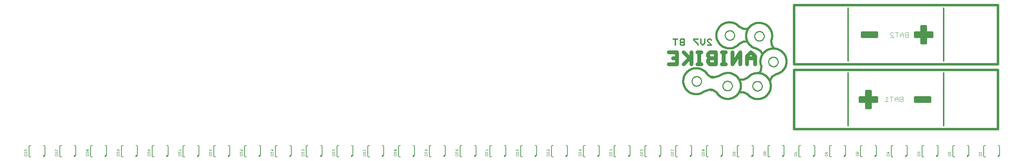
<source format=gbo>
G75*
G70*
%OFA0B0*%
%FSLAX24Y24*%
%IPPOS*%
%LPD*%
%AMOC8*
5,1,8,0,0,1.08239X$1,22.5*
%
%ADD10C,0.0240*%
%ADD11C,0.0040*%
%ADD12C,0.0120*%
%ADD13C,0.0050*%
%ADD14C,0.0020*%
%ADD15C,0.0200*%
%ADD16C,0.0100*%
%ADD17C,0.0360*%
%ADD18C,0.0130*%
D10*
X073085Y008941D02*
X073085Y014541D01*
X092285Y014541D01*
X092285Y008941D01*
X073085Y008941D01*
X079885Y010941D02*
X079885Y011941D01*
X079285Y011941D01*
X079285Y011541D01*
X080285Y011541D01*
X080285Y010941D01*
X079885Y010941D01*
X080085Y010941D02*
X080085Y011741D01*
X080085Y012541D01*
X079885Y012541D02*
X079885Y011941D01*
X080285Y011941D01*
X080285Y012541D01*
X079885Y012541D01*
X080285Y011941D02*
X080885Y011941D01*
X080885Y011541D01*
X080285Y011541D01*
X080285Y011941D01*
X080085Y011741D02*
X079285Y011741D01*
X080085Y011741D02*
X080885Y011741D01*
X084485Y011741D02*
X085885Y011741D01*
X085885Y011541D02*
X084485Y011541D01*
X084485Y011941D01*
X085885Y011941D01*
X085885Y011541D01*
X092285Y015081D02*
X073085Y015081D01*
X073085Y020681D01*
X092285Y020681D01*
X092285Y015081D01*
X085485Y017081D02*
X085085Y017081D01*
X085085Y017681D01*
X084485Y017681D01*
X084485Y018081D01*
X085085Y018081D01*
X085085Y018681D01*
X085485Y018681D01*
X085485Y017681D01*
X086085Y017681D01*
X086085Y018081D01*
X085085Y018081D01*
X085085Y017681D01*
X085485Y017681D01*
X085485Y017081D01*
X085285Y017081D02*
X085285Y017881D01*
X085285Y018681D01*
X085285Y017881D02*
X084485Y017881D01*
X085285Y017881D02*
X086085Y017881D01*
X080885Y017881D02*
X079485Y017881D01*
X079485Y017681D02*
X079485Y018081D01*
X080885Y018081D01*
X080885Y017681D01*
X079485Y017681D01*
D11*
X082157Y017621D02*
X082464Y017621D01*
X082157Y017928D01*
X082157Y018005D01*
X082234Y018081D01*
X082387Y018081D01*
X082464Y018005D01*
X082618Y018081D02*
X082924Y018081D01*
X082771Y018081D02*
X082771Y017621D01*
X083078Y017621D02*
X083078Y017928D01*
X083231Y018081D01*
X083385Y017928D01*
X083385Y017621D01*
X083538Y017698D02*
X083615Y017621D01*
X083845Y017621D01*
X083845Y018081D01*
X083615Y018081D01*
X083538Y018005D01*
X083538Y017928D01*
X083615Y017851D01*
X083845Y017851D01*
X083615Y017851D02*
X083538Y017775D01*
X083538Y017698D01*
X083385Y017851D02*
X083078Y017851D01*
X083097Y012001D02*
X083020Y011925D01*
X083020Y011848D01*
X083097Y011771D01*
X083327Y011771D01*
X083327Y011541D02*
X083097Y011541D01*
X083020Y011618D01*
X083020Y011695D01*
X083097Y011771D01*
X083097Y012001D02*
X083327Y012001D01*
X083327Y011541D01*
X082866Y011541D02*
X082866Y011848D01*
X082713Y012001D01*
X082559Y011848D01*
X082559Y011541D01*
X082559Y011771D02*
X082866Y011771D01*
X082406Y012001D02*
X082099Y012001D01*
X082253Y012001D02*
X082253Y011541D01*
X081946Y011541D02*
X081639Y011541D01*
X081792Y011541D02*
X081792Y012001D01*
X081946Y011848D01*
D12*
X078185Y014241D02*
X078185Y009241D01*
X087185Y009241D02*
X087185Y014241D01*
X087185Y015381D02*
X087185Y020381D01*
X078185Y020381D02*
X078185Y015381D01*
D13*
X001097Y006309D02*
X001057Y006349D01*
X001057Y007333D01*
X001097Y007372D01*
X001195Y007372D01*
X002396Y007372D02*
X002494Y007372D01*
X002534Y007333D01*
X002534Y006447D01*
X002396Y006309D01*
X002396Y006329D02*
X002494Y006427D01*
X002435Y006427D01*
X002435Y006388D01*
X002396Y006447D02*
X002396Y006329D01*
X002396Y006447D02*
X002514Y006447D01*
X001195Y006309D02*
X001097Y006309D01*
X003957Y006349D02*
X003957Y007333D01*
X003997Y007372D01*
X004095Y007372D01*
X005296Y007372D02*
X005394Y007372D01*
X005434Y007333D01*
X005434Y006447D01*
X005296Y006309D01*
X005296Y006329D02*
X005394Y006427D01*
X005335Y006427D01*
X005335Y006388D01*
X005296Y006447D02*
X005296Y006329D01*
X005296Y006447D02*
X005414Y006447D01*
X006857Y006349D02*
X006857Y007333D01*
X006897Y007372D01*
X006995Y007372D01*
X008196Y007372D02*
X008294Y007372D01*
X008334Y007333D01*
X008334Y006447D01*
X008196Y006309D01*
X008196Y006329D02*
X008294Y006427D01*
X008235Y006427D01*
X008235Y006388D01*
X008196Y006447D02*
X008196Y006329D01*
X008196Y006447D02*
X008314Y006447D01*
X006995Y006309D02*
X006897Y006309D01*
X006857Y006349D01*
X004095Y006309D02*
X003997Y006309D01*
X003957Y006349D01*
X009757Y006349D02*
X009757Y007333D01*
X009797Y007372D01*
X009895Y007372D01*
X011096Y007372D02*
X011194Y007372D01*
X011234Y007333D01*
X011234Y006447D01*
X011096Y006309D01*
X011096Y006329D02*
X011194Y006427D01*
X011135Y006427D01*
X011135Y006388D01*
X011096Y006447D02*
X011096Y006329D01*
X011096Y006447D02*
X011214Y006447D01*
X009895Y006309D02*
X009797Y006309D01*
X009757Y006349D01*
X012657Y006349D02*
X012657Y007333D01*
X012697Y007372D01*
X012795Y007372D01*
X013996Y007372D02*
X014094Y007372D01*
X014134Y007333D01*
X014134Y006447D01*
X013996Y006309D01*
X013996Y006329D02*
X014094Y006427D01*
X014035Y006427D01*
X014035Y006388D01*
X013996Y006447D02*
X013996Y006329D01*
X013996Y006447D02*
X014114Y006447D01*
X012795Y006309D02*
X012697Y006309D01*
X012657Y006349D01*
X015557Y006349D02*
X015557Y007333D01*
X015597Y007372D01*
X015695Y007372D01*
X016896Y007372D02*
X016994Y007372D01*
X017034Y007333D01*
X017034Y006447D01*
X016896Y006309D01*
X016896Y006329D02*
X016994Y006427D01*
X016935Y006427D01*
X016935Y006388D01*
X016896Y006447D02*
X016896Y006329D01*
X016896Y006447D02*
X017014Y006447D01*
X015695Y006309D02*
X015597Y006309D01*
X015557Y006349D01*
X018457Y006349D02*
X018457Y007333D01*
X018497Y007372D01*
X018595Y007372D01*
X019796Y007372D02*
X019894Y007372D01*
X019934Y007333D01*
X019934Y006447D01*
X019796Y006309D01*
X019796Y006329D02*
X019894Y006427D01*
X019835Y006427D01*
X019835Y006388D01*
X019796Y006447D02*
X019796Y006329D01*
X019796Y006447D02*
X019914Y006447D01*
X018595Y006309D02*
X018497Y006309D01*
X018457Y006349D01*
X021357Y006349D02*
X021357Y007333D01*
X021397Y007372D01*
X021495Y007372D01*
X022696Y007372D02*
X022794Y007372D01*
X022834Y007333D01*
X022834Y006447D01*
X022696Y006309D01*
X022696Y006329D02*
X022794Y006427D01*
X022735Y006427D01*
X022735Y006388D01*
X022696Y006447D02*
X022696Y006329D01*
X022696Y006447D02*
X022814Y006447D01*
X021495Y006309D02*
X021397Y006309D01*
X021357Y006349D01*
X024257Y006349D02*
X024257Y007333D01*
X024297Y007372D01*
X024395Y007372D01*
X025596Y007372D02*
X025694Y007372D01*
X025734Y007333D01*
X025734Y006447D01*
X025596Y006309D01*
X025596Y006329D02*
X025694Y006427D01*
X025635Y006427D01*
X025635Y006388D01*
X025596Y006447D02*
X025596Y006329D01*
X025596Y006447D02*
X025714Y006447D01*
X027157Y006349D02*
X027157Y007333D01*
X027197Y007372D01*
X027295Y007372D01*
X028496Y007372D02*
X028594Y007372D01*
X028634Y007333D01*
X028634Y006447D01*
X028496Y006309D01*
X028496Y006329D02*
X028594Y006427D01*
X028535Y006427D01*
X028535Y006388D01*
X028496Y006447D02*
X028496Y006329D01*
X028496Y006447D02*
X028614Y006447D01*
X027295Y006309D02*
X027197Y006309D01*
X027157Y006349D01*
X024395Y006309D02*
X024297Y006309D01*
X024257Y006349D01*
X030057Y006349D02*
X030057Y007333D01*
X030097Y007372D01*
X030195Y007372D01*
X031396Y007372D02*
X031494Y007372D01*
X031534Y007333D01*
X031534Y006447D01*
X031396Y006309D01*
X031396Y006329D02*
X031494Y006427D01*
X031435Y006427D01*
X031435Y006388D01*
X031396Y006447D02*
X031396Y006329D01*
X031396Y006447D02*
X031514Y006447D01*
X030195Y006309D02*
X030097Y006309D01*
X030057Y006349D01*
X032957Y006349D02*
X032957Y007333D01*
X032997Y007372D01*
X033095Y007372D01*
X034296Y007372D02*
X034394Y007372D01*
X034434Y007333D01*
X034434Y006447D01*
X034296Y006309D01*
X034296Y006329D02*
X034394Y006427D01*
X034335Y006427D01*
X034335Y006388D01*
X034296Y006447D02*
X034296Y006329D01*
X034296Y006447D02*
X034414Y006447D01*
X033095Y006309D02*
X032997Y006309D01*
X032957Y006349D01*
X035857Y006349D02*
X035857Y007333D01*
X035897Y007372D01*
X035995Y007372D01*
X037196Y007372D02*
X037294Y007372D01*
X037334Y007333D01*
X037334Y006447D01*
X037196Y006309D01*
X037196Y006329D02*
X037294Y006427D01*
X037235Y006427D01*
X037235Y006388D01*
X037196Y006447D02*
X037196Y006329D01*
X037196Y006447D02*
X037314Y006447D01*
X038757Y006349D02*
X038757Y007333D01*
X038797Y007372D01*
X038895Y007372D01*
X040096Y007372D02*
X040194Y007372D01*
X040234Y007333D01*
X040234Y006447D01*
X040096Y006309D01*
X040096Y006329D02*
X040194Y006427D01*
X040135Y006427D01*
X040135Y006388D01*
X040096Y006447D02*
X040096Y006329D01*
X040096Y006447D02*
X040214Y006447D01*
X038895Y006309D02*
X038797Y006309D01*
X038757Y006349D01*
X035995Y006309D02*
X035897Y006309D01*
X035857Y006349D01*
X041657Y006349D02*
X041657Y007333D01*
X041697Y007372D01*
X041795Y007372D01*
X042996Y007372D02*
X043094Y007372D01*
X043134Y007333D01*
X043134Y006447D01*
X042996Y006309D01*
X042996Y006329D02*
X043094Y006427D01*
X043035Y006427D01*
X043035Y006388D01*
X042996Y006447D02*
X042996Y006329D01*
X042996Y006447D02*
X043114Y006447D01*
X041795Y006309D02*
X041697Y006309D01*
X041657Y006349D01*
X044457Y006349D02*
X044457Y007333D01*
X044497Y007372D01*
X044595Y007372D01*
X045796Y007372D02*
X045894Y007372D01*
X045934Y007333D01*
X045934Y006447D01*
X045796Y006309D01*
X045796Y006329D02*
X045894Y006427D01*
X045835Y006427D01*
X045835Y006388D01*
X045796Y006447D02*
X045796Y006329D01*
X045796Y006447D02*
X045914Y006447D01*
X047357Y006349D02*
X047357Y007333D01*
X047397Y007372D01*
X047495Y007372D01*
X048696Y007372D02*
X048794Y007372D01*
X048834Y007333D01*
X048834Y006447D01*
X048696Y006309D01*
X048696Y006329D02*
X048794Y006427D01*
X048735Y006427D01*
X048735Y006388D01*
X048696Y006447D02*
X048696Y006329D01*
X048696Y006447D02*
X048814Y006447D01*
X047495Y006309D02*
X047397Y006309D01*
X047357Y006349D01*
X044595Y006309D02*
X044497Y006309D01*
X044457Y006349D01*
X050257Y006349D02*
X050257Y007333D01*
X050297Y007372D01*
X050395Y007372D01*
X051596Y007372D02*
X051694Y007372D01*
X051734Y007333D01*
X051734Y006447D01*
X051596Y006309D01*
X051596Y006329D02*
X051694Y006427D01*
X051635Y006427D01*
X051635Y006388D01*
X051596Y006447D02*
X051596Y006329D01*
X051596Y006447D02*
X051714Y006447D01*
X050395Y006309D02*
X050297Y006309D01*
X050257Y006349D01*
X053257Y006349D02*
X053257Y007333D01*
X053297Y007372D01*
X053395Y007372D01*
X054596Y007372D02*
X054694Y007372D01*
X054734Y007333D01*
X054734Y006447D01*
X054596Y006309D01*
X054596Y006329D02*
X054694Y006427D01*
X054635Y006427D01*
X054635Y006388D01*
X054596Y006447D02*
X054596Y006329D01*
X054596Y006447D02*
X054714Y006447D01*
X053395Y006309D02*
X053297Y006309D01*
X053257Y006349D01*
X056157Y006349D02*
X056157Y007333D01*
X056197Y007372D01*
X056295Y007372D01*
X057496Y007372D02*
X057594Y007372D01*
X057634Y007333D01*
X057634Y006447D01*
X057496Y006309D01*
X057496Y006329D02*
X057594Y006427D01*
X057535Y006427D01*
X057535Y006388D01*
X057496Y006447D02*
X057496Y006329D01*
X057496Y006447D02*
X057614Y006447D01*
X059057Y006349D02*
X059057Y007333D01*
X059097Y007372D01*
X059195Y007372D01*
X060396Y007372D02*
X060494Y007372D01*
X060534Y007333D01*
X060534Y006447D01*
X060396Y006309D01*
X060396Y006329D02*
X060494Y006427D01*
X060435Y006427D01*
X060435Y006388D01*
X060396Y006447D02*
X060396Y006329D01*
X060396Y006447D02*
X060514Y006447D01*
X059195Y006309D02*
X059097Y006309D01*
X059057Y006349D01*
X056295Y006309D02*
X056197Y006309D01*
X056157Y006349D01*
X061957Y006349D02*
X061957Y007333D01*
X061997Y007372D01*
X062095Y007372D01*
X063296Y007372D02*
X063394Y007372D01*
X063434Y007333D01*
X063434Y006447D01*
X063296Y006309D01*
X063296Y006329D02*
X063394Y006427D01*
X063335Y006427D01*
X063335Y006388D01*
X063296Y006447D02*
X063296Y006329D01*
X063296Y006447D02*
X063414Y006447D01*
X062095Y006309D02*
X061997Y006309D01*
X061957Y006349D01*
X064857Y006349D02*
X064857Y007333D01*
X064897Y007372D01*
X064995Y007372D01*
X066196Y007372D02*
X066294Y007372D01*
X066334Y007333D01*
X066334Y006447D01*
X066196Y006309D01*
X066196Y006329D02*
X066294Y006427D01*
X066235Y006427D01*
X066235Y006388D01*
X066196Y006447D02*
X066196Y006329D01*
X066196Y006447D02*
X066314Y006447D01*
X064995Y006309D02*
X064897Y006309D01*
X064857Y006349D01*
X067757Y006349D02*
X067757Y007333D01*
X067797Y007372D01*
X067895Y007372D01*
X069096Y007372D02*
X069194Y007372D01*
X069234Y007333D01*
X069234Y006447D01*
X069096Y006309D01*
X069096Y006329D02*
X069194Y006427D01*
X069135Y006427D01*
X069135Y006388D01*
X069096Y006447D02*
X069096Y006329D01*
X069096Y006447D02*
X069214Y006447D01*
X070657Y006359D02*
X070657Y007343D01*
X070697Y007382D01*
X070795Y007382D01*
X071996Y007382D02*
X072094Y007382D01*
X072134Y007343D01*
X072134Y006457D01*
X071996Y006319D01*
X071996Y006339D02*
X072094Y006437D01*
X072035Y006437D01*
X072035Y006398D01*
X071996Y006457D02*
X071996Y006339D01*
X071996Y006457D02*
X072114Y006457D01*
X070795Y006319D02*
X070697Y006319D01*
X070657Y006359D01*
X067895Y006309D02*
X067797Y006309D01*
X067757Y006349D01*
X073557Y006349D02*
X073557Y007333D01*
X073597Y007372D01*
X073695Y007372D01*
X074896Y007372D02*
X074994Y007372D01*
X075034Y007333D01*
X075034Y006447D01*
X074896Y006309D01*
X074896Y006329D02*
X074994Y006427D01*
X074935Y006427D01*
X074935Y006388D01*
X074896Y006447D02*
X074896Y006329D01*
X074896Y006447D02*
X075014Y006447D01*
X073695Y006309D02*
X073597Y006309D01*
X073557Y006349D01*
X076457Y006349D02*
X076457Y007333D01*
X076497Y007372D01*
X076595Y007372D01*
X077796Y007372D02*
X077894Y007372D01*
X077934Y007333D01*
X077934Y006447D01*
X077796Y006309D01*
X077796Y006329D02*
X077894Y006427D01*
X077835Y006427D01*
X077835Y006388D01*
X077796Y006447D02*
X077796Y006329D01*
X077796Y006447D02*
X077914Y006447D01*
X079357Y006349D02*
X079357Y007333D01*
X079397Y007372D01*
X079495Y007372D01*
X080696Y007372D02*
X080794Y007372D01*
X080834Y007333D01*
X080834Y006447D01*
X080696Y006309D01*
X080696Y006329D02*
X080794Y006427D01*
X080735Y006427D01*
X080735Y006388D01*
X080696Y006447D02*
X080696Y006329D01*
X080696Y006447D02*
X080814Y006447D01*
X079495Y006309D02*
X079397Y006309D01*
X079357Y006349D01*
X076595Y006309D02*
X076497Y006309D01*
X076457Y006349D01*
X082257Y006349D02*
X082257Y007333D01*
X082297Y007372D01*
X082395Y007372D01*
X083596Y007372D02*
X083694Y007372D01*
X083734Y007333D01*
X083734Y006447D01*
X083596Y006309D01*
X083596Y006329D02*
X083694Y006427D01*
X083635Y006427D01*
X083635Y006388D01*
X083596Y006447D02*
X083596Y006329D01*
X083596Y006447D02*
X083714Y006447D01*
X082395Y006309D02*
X082297Y006309D01*
X082257Y006349D01*
X085157Y006349D02*
X085157Y007333D01*
X085197Y007372D01*
X085295Y007372D01*
X086496Y007372D02*
X086594Y007372D01*
X086634Y007333D01*
X086634Y006447D01*
X086496Y006309D01*
X086496Y006329D02*
X086594Y006427D01*
X086535Y006427D01*
X086535Y006388D01*
X086496Y006447D02*
X086496Y006329D01*
X086496Y006447D02*
X086614Y006447D01*
X085295Y006309D02*
X085197Y006309D01*
X085157Y006349D01*
X088057Y006349D02*
X088057Y007333D01*
X088097Y007372D01*
X088195Y007372D01*
X089396Y007372D02*
X089494Y007372D01*
X089534Y007333D01*
X089534Y006447D01*
X089396Y006309D01*
X089396Y006329D02*
X089494Y006427D01*
X089435Y006427D01*
X089435Y006388D01*
X089396Y006447D02*
X089396Y006329D01*
X089396Y006447D02*
X089514Y006447D01*
X090957Y006349D02*
X090957Y007333D01*
X090997Y007372D01*
X091095Y007372D01*
X092296Y007372D02*
X092394Y007372D01*
X092434Y007333D01*
X092434Y006447D01*
X092296Y006309D01*
X092296Y006329D02*
X092394Y006427D01*
X092335Y006427D01*
X092335Y006388D01*
X092296Y006447D02*
X092296Y006329D01*
X092296Y006447D02*
X092414Y006447D01*
X091095Y006309D02*
X090997Y006309D01*
X090957Y006349D01*
X088195Y006309D02*
X088097Y006309D01*
X088057Y006349D01*
D14*
X087835Y006431D02*
X087835Y006541D01*
X087799Y006578D01*
X087652Y006578D01*
X087615Y006541D01*
X087615Y006431D01*
X087835Y006431D01*
X087799Y006652D02*
X087835Y006689D01*
X087835Y006762D01*
X087799Y006799D01*
X087762Y006799D01*
X087615Y006652D01*
X087615Y006799D01*
X084935Y006762D02*
X084935Y006689D01*
X084899Y006652D01*
X084899Y006578D02*
X084935Y006541D01*
X084935Y006431D01*
X084715Y006431D01*
X084715Y006541D01*
X084752Y006578D01*
X084899Y006578D01*
X084752Y006652D02*
X084715Y006689D01*
X084715Y006762D01*
X084752Y006799D01*
X084789Y006799D01*
X084825Y006762D01*
X084825Y006725D01*
X084825Y006762D02*
X084862Y006799D01*
X084899Y006799D01*
X084935Y006762D01*
X082035Y006762D02*
X081925Y006652D01*
X081925Y006799D01*
X081815Y006762D02*
X082035Y006762D01*
X081999Y006578D02*
X081852Y006578D01*
X081815Y006541D01*
X081815Y006431D01*
X082035Y006431D01*
X082035Y006541D01*
X081999Y006578D01*
X079135Y006541D02*
X079135Y006431D01*
X078915Y006431D01*
X078915Y006541D01*
X078952Y006578D01*
X079099Y006578D01*
X079135Y006541D01*
X079135Y006652D02*
X079025Y006652D01*
X079062Y006725D01*
X079062Y006762D01*
X079025Y006799D01*
X078952Y006799D01*
X078915Y006762D01*
X078915Y006689D01*
X078952Y006652D01*
X079135Y006652D02*
X079135Y006799D01*
X076235Y006799D02*
X076199Y006725D01*
X076125Y006652D01*
X076125Y006762D01*
X076089Y006799D01*
X076052Y006799D01*
X076015Y006762D01*
X076015Y006689D01*
X076052Y006652D01*
X076125Y006652D01*
X076052Y006578D02*
X076199Y006578D01*
X076235Y006541D01*
X076235Y006431D01*
X076015Y006431D01*
X076015Y006541D01*
X076052Y006578D01*
X073335Y006541D02*
X073335Y006431D01*
X073115Y006431D01*
X073115Y006541D01*
X073152Y006578D01*
X073299Y006578D01*
X073335Y006541D01*
X073335Y006652D02*
X073335Y006799D01*
X073299Y006799D01*
X073152Y006652D01*
X073115Y006652D01*
X070435Y006699D02*
X070435Y006772D01*
X070399Y006809D01*
X070362Y006809D01*
X070325Y006772D01*
X070325Y006699D01*
X070362Y006662D01*
X070399Y006662D01*
X070435Y006699D01*
X070325Y006699D02*
X070289Y006662D01*
X070252Y006662D01*
X070215Y006699D01*
X070215Y006772D01*
X070252Y006809D01*
X070289Y006809D01*
X070325Y006772D01*
X070252Y006588D02*
X070215Y006551D01*
X070215Y006441D01*
X070435Y006441D01*
X070435Y006551D01*
X070399Y006588D01*
X070252Y006588D01*
X067535Y006541D02*
X067535Y006431D01*
X067315Y006431D01*
X067315Y006541D01*
X067352Y006578D01*
X067499Y006578D01*
X067535Y006541D01*
X067499Y006652D02*
X067462Y006652D01*
X067425Y006689D01*
X067425Y006799D01*
X067352Y006799D02*
X067499Y006799D01*
X067535Y006762D01*
X067535Y006689D01*
X067499Y006652D01*
X067352Y006652D02*
X067315Y006689D01*
X067315Y006762D01*
X067352Y006799D01*
X064635Y006725D02*
X064415Y006725D01*
X064415Y006652D02*
X064415Y006799D01*
X064452Y006873D02*
X064599Y007020D01*
X064452Y007020D01*
X064415Y006983D01*
X064415Y006910D01*
X064452Y006873D01*
X064599Y006873D01*
X064635Y006910D01*
X064635Y006983D01*
X064599Y007020D01*
X064635Y006725D02*
X064562Y006652D01*
X064599Y006578D02*
X064635Y006541D01*
X064635Y006431D01*
X064415Y006431D01*
X064415Y006541D01*
X064452Y006578D01*
X064599Y006578D01*
X061735Y006541D02*
X061735Y006431D01*
X061515Y006431D01*
X061515Y006541D01*
X061552Y006578D01*
X061699Y006578D01*
X061735Y006541D01*
X061662Y006652D02*
X061735Y006725D01*
X061515Y006725D01*
X061515Y006652D02*
X061515Y006799D01*
X061515Y006873D02*
X061515Y007020D01*
X061515Y006946D02*
X061735Y006946D01*
X061662Y006873D01*
X058835Y006910D02*
X058799Y006873D01*
X058835Y006910D02*
X058835Y006983D01*
X058799Y007020D01*
X058762Y007020D01*
X058615Y006873D01*
X058615Y007020D01*
X058615Y006799D02*
X058615Y006652D01*
X058615Y006725D02*
X058835Y006725D01*
X058762Y006652D01*
X058799Y006578D02*
X058835Y006541D01*
X058835Y006431D01*
X058615Y006431D01*
X058615Y006541D01*
X058652Y006578D01*
X058799Y006578D01*
X055935Y006541D02*
X055935Y006431D01*
X055715Y006431D01*
X055715Y006541D01*
X055752Y006578D01*
X055899Y006578D01*
X055935Y006541D01*
X055862Y006652D02*
X055935Y006725D01*
X055715Y006725D01*
X055715Y006652D02*
X055715Y006799D01*
X055752Y006873D02*
X055715Y006910D01*
X055715Y006983D01*
X055752Y007020D01*
X055789Y007020D01*
X055825Y006983D01*
X055825Y006946D01*
X055825Y006983D02*
X055862Y007020D01*
X055899Y007020D01*
X055935Y006983D01*
X055935Y006910D01*
X055899Y006873D01*
X053035Y006983D02*
X052925Y006873D01*
X052925Y007020D01*
X052815Y006983D02*
X053035Y006983D01*
X052815Y006799D02*
X052815Y006652D01*
X052815Y006725D02*
X053035Y006725D01*
X052962Y006652D01*
X052999Y006578D02*
X053035Y006541D01*
X053035Y006431D01*
X052815Y006431D01*
X052815Y006541D01*
X052852Y006578D01*
X052999Y006578D01*
X050035Y006541D02*
X050035Y006431D01*
X049815Y006431D01*
X049815Y006541D01*
X049852Y006578D01*
X049999Y006578D01*
X050035Y006541D01*
X049962Y006652D02*
X050035Y006725D01*
X049815Y006725D01*
X049815Y006652D02*
X049815Y006799D01*
X049852Y006873D02*
X049815Y006910D01*
X049815Y006983D01*
X049852Y007020D01*
X049925Y007020D01*
X049962Y006983D01*
X049962Y006946D01*
X049925Y006873D01*
X050035Y006873D01*
X050035Y007020D01*
X047135Y007020D02*
X047099Y006946D01*
X047025Y006873D01*
X047025Y006983D01*
X046989Y007020D01*
X046952Y007020D01*
X046915Y006983D01*
X046915Y006910D01*
X046952Y006873D01*
X047025Y006873D01*
X046915Y006799D02*
X046915Y006652D01*
X046915Y006725D02*
X047135Y006725D01*
X047062Y006652D01*
X047099Y006578D02*
X047135Y006541D01*
X047135Y006431D01*
X046915Y006431D01*
X046915Y006541D01*
X046952Y006578D01*
X047099Y006578D01*
X044235Y006541D02*
X044235Y006431D01*
X044015Y006431D01*
X044015Y006541D01*
X044052Y006578D01*
X044199Y006578D01*
X044235Y006541D01*
X044162Y006652D02*
X044235Y006725D01*
X044015Y006725D01*
X044015Y006652D02*
X044015Y006799D01*
X044015Y006873D02*
X044052Y006873D01*
X044199Y007020D01*
X044235Y007020D01*
X044235Y006873D01*
X041435Y006910D02*
X041435Y006983D01*
X041399Y007020D01*
X041362Y007020D01*
X041325Y006983D01*
X041325Y006910D01*
X041362Y006873D01*
X041399Y006873D01*
X041435Y006910D01*
X041325Y006910D02*
X041289Y006873D01*
X041252Y006873D01*
X041215Y006910D01*
X041215Y006983D01*
X041252Y007020D01*
X041289Y007020D01*
X041325Y006983D01*
X041215Y006799D02*
X041215Y006652D01*
X041215Y006725D02*
X041435Y006725D01*
X041362Y006652D01*
X041399Y006578D02*
X041435Y006541D01*
X041435Y006431D01*
X041215Y006431D01*
X041215Y006541D01*
X041252Y006578D01*
X041399Y006578D01*
X038535Y006541D02*
X038535Y006431D01*
X038315Y006431D01*
X038315Y006541D01*
X038352Y006578D01*
X038499Y006578D01*
X038535Y006541D01*
X038462Y006652D02*
X038535Y006725D01*
X038315Y006725D01*
X038315Y006652D02*
X038315Y006799D01*
X038352Y006873D02*
X038315Y006910D01*
X038315Y006983D01*
X038352Y007020D01*
X038499Y007020D01*
X038535Y006983D01*
X038535Y006910D01*
X038499Y006873D01*
X038462Y006873D01*
X038425Y006910D01*
X038425Y007020D01*
X035635Y006983D02*
X035635Y006910D01*
X035599Y006873D01*
X035452Y006873D01*
X035599Y007020D01*
X035452Y007020D01*
X035415Y006983D01*
X035415Y006910D01*
X035452Y006873D01*
X035415Y006799D02*
X035415Y006652D01*
X035562Y006799D01*
X035599Y006799D01*
X035635Y006762D01*
X035635Y006689D01*
X035599Y006652D01*
X035599Y006578D02*
X035635Y006541D01*
X035635Y006431D01*
X035415Y006431D01*
X035415Y006541D01*
X035452Y006578D01*
X035599Y006578D01*
X035635Y006983D02*
X035599Y007020D01*
X032735Y006946D02*
X032515Y006946D01*
X032515Y006873D02*
X032515Y007020D01*
X032662Y006873D02*
X032735Y006946D01*
X032699Y006799D02*
X032735Y006762D01*
X032735Y006689D01*
X032699Y006652D01*
X032699Y006578D02*
X032735Y006541D01*
X032735Y006431D01*
X032515Y006431D01*
X032515Y006541D01*
X032552Y006578D01*
X032699Y006578D01*
X032515Y006652D02*
X032662Y006799D01*
X032699Y006799D01*
X032515Y006799D02*
X032515Y006652D01*
X029835Y006689D02*
X029799Y006652D01*
X029835Y006689D02*
X029835Y006762D01*
X029799Y006799D01*
X029762Y006799D01*
X029615Y006652D01*
X029615Y006799D01*
X029615Y006873D02*
X029762Y007020D01*
X029799Y007020D01*
X029835Y006983D01*
X029835Y006910D01*
X029799Y006873D01*
X029615Y006873D02*
X029615Y007020D01*
X029652Y006578D02*
X029799Y006578D01*
X029835Y006541D01*
X029835Y006431D01*
X029615Y006431D01*
X029615Y006541D01*
X029652Y006578D01*
X026935Y006541D02*
X026935Y006431D01*
X026715Y006431D01*
X026715Y006541D01*
X026752Y006578D01*
X026899Y006578D01*
X026935Y006541D01*
X026899Y006652D02*
X026935Y006689D01*
X026935Y006762D01*
X026899Y006799D01*
X026862Y006799D01*
X026715Y006652D01*
X026715Y006799D01*
X026752Y006873D02*
X026715Y006910D01*
X026715Y006983D01*
X026752Y007020D01*
X026789Y007020D01*
X026825Y006983D01*
X026825Y006946D01*
X026825Y006983D02*
X026862Y007020D01*
X026899Y007020D01*
X026935Y006983D01*
X026935Y006910D01*
X026899Y006873D01*
X024035Y006983D02*
X023925Y006873D01*
X023925Y007020D01*
X023815Y006983D02*
X024035Y006983D01*
X023999Y006799D02*
X024035Y006762D01*
X024035Y006689D01*
X023999Y006652D01*
X023999Y006578D02*
X024035Y006541D01*
X024035Y006431D01*
X023815Y006431D01*
X023815Y006541D01*
X023852Y006578D01*
X023999Y006578D01*
X023815Y006652D02*
X023962Y006799D01*
X023999Y006799D01*
X023815Y006799D02*
X023815Y006652D01*
X021135Y006689D02*
X021099Y006652D01*
X021135Y006689D02*
X021135Y006762D01*
X021099Y006799D01*
X021062Y006799D01*
X020915Y006652D01*
X020915Y006799D01*
X020952Y006873D02*
X020915Y006910D01*
X020915Y006983D01*
X020952Y007020D01*
X021025Y007020D01*
X021062Y006983D01*
X021062Y006946D01*
X021025Y006873D01*
X021135Y006873D01*
X021135Y007020D01*
X021099Y006578D02*
X021135Y006541D01*
X021135Y006431D01*
X020915Y006431D01*
X020915Y006541D01*
X020952Y006578D01*
X021099Y006578D01*
X018235Y006541D02*
X018235Y006431D01*
X018015Y006431D01*
X018015Y006541D01*
X018052Y006578D01*
X018199Y006578D01*
X018235Y006541D01*
X018199Y006652D02*
X018235Y006689D01*
X018235Y006762D01*
X018199Y006799D01*
X018162Y006799D01*
X018015Y006652D01*
X018015Y006799D01*
X018052Y006873D02*
X018015Y006910D01*
X018015Y006983D01*
X018052Y007020D01*
X018089Y007020D01*
X018125Y006983D01*
X018125Y006873D01*
X018052Y006873D01*
X018125Y006873D02*
X018199Y006946D01*
X018235Y007020D01*
X015335Y007020D02*
X015335Y006873D01*
X015299Y006799D02*
X015335Y006762D01*
X015335Y006689D01*
X015299Y006652D01*
X015299Y006578D02*
X015335Y006541D01*
X015335Y006431D01*
X015115Y006431D01*
X015115Y006541D01*
X015152Y006578D01*
X015299Y006578D01*
X015115Y006652D02*
X015262Y006799D01*
X015299Y006799D01*
X015152Y006873D02*
X015115Y006873D01*
X015152Y006873D02*
X015299Y007020D01*
X015335Y007020D01*
X015115Y006799D02*
X015115Y006652D01*
X012435Y006689D02*
X012399Y006652D01*
X012435Y006689D02*
X012435Y006762D01*
X012399Y006799D01*
X012362Y006799D01*
X012215Y006652D01*
X012215Y006799D01*
X012252Y006873D02*
X012289Y006873D01*
X012325Y006910D01*
X012325Y006983D01*
X012289Y007020D01*
X012252Y007020D01*
X012215Y006983D01*
X012215Y006910D01*
X012252Y006873D01*
X012325Y006910D02*
X012362Y006873D01*
X012399Y006873D01*
X012435Y006910D01*
X012435Y006983D01*
X012399Y007020D01*
X012362Y007020D01*
X012325Y006983D01*
X012252Y006578D02*
X012399Y006578D01*
X012435Y006541D01*
X012435Y006431D01*
X012215Y006431D01*
X012215Y006541D01*
X012252Y006578D01*
X009535Y006541D02*
X009535Y006431D01*
X009315Y006431D01*
X009315Y006541D01*
X009352Y006578D01*
X009499Y006578D01*
X009535Y006541D01*
X009499Y006652D02*
X009535Y006689D01*
X009535Y006762D01*
X009499Y006799D01*
X009462Y006799D01*
X009315Y006652D01*
X009315Y006799D01*
X009352Y006873D02*
X009315Y006910D01*
X009315Y006983D01*
X009352Y007020D01*
X009499Y007020D01*
X009535Y006983D01*
X009535Y006910D01*
X009499Y006873D01*
X009462Y006873D01*
X009425Y006910D01*
X009425Y007020D01*
X006635Y006983D02*
X006635Y006910D01*
X006599Y006873D01*
X006452Y006873D01*
X006599Y007020D01*
X006452Y007020D01*
X006415Y006983D01*
X006415Y006910D01*
X006452Y006873D01*
X006452Y006799D02*
X006415Y006762D01*
X006415Y006689D01*
X006452Y006652D01*
X006452Y006578D02*
X006599Y006578D01*
X006635Y006541D01*
X006635Y006431D01*
X006415Y006431D01*
X006415Y006541D01*
X006452Y006578D01*
X006599Y006652D02*
X006635Y006689D01*
X006635Y006762D01*
X006599Y006799D01*
X006562Y006799D01*
X006525Y006762D01*
X006489Y006799D01*
X006452Y006799D01*
X006525Y006762D02*
X006525Y006725D01*
X006635Y006983D02*
X006599Y007020D01*
X003735Y006946D02*
X003515Y006946D01*
X003515Y006873D02*
X003515Y007020D01*
X003662Y006873D02*
X003735Y006946D01*
X003699Y006799D02*
X003662Y006799D01*
X003625Y006762D01*
X003589Y006799D01*
X003552Y006799D01*
X003515Y006762D01*
X003515Y006689D01*
X003552Y006652D01*
X003552Y006578D02*
X003699Y006578D01*
X003735Y006541D01*
X003735Y006431D01*
X003515Y006431D01*
X003515Y006541D01*
X003552Y006578D01*
X003699Y006652D02*
X003735Y006689D01*
X003735Y006762D01*
X003699Y006799D01*
X003625Y006762D02*
X003625Y006725D01*
X000835Y006689D02*
X000835Y006762D01*
X000799Y006799D01*
X000762Y006799D01*
X000725Y006762D01*
X000689Y006799D01*
X000652Y006799D01*
X000615Y006762D01*
X000615Y006689D01*
X000652Y006652D01*
X000652Y006578D02*
X000799Y006578D01*
X000835Y006541D01*
X000835Y006431D01*
X000615Y006431D01*
X000615Y006541D01*
X000652Y006578D01*
X000799Y006652D02*
X000835Y006689D01*
X000725Y006725D02*
X000725Y006762D01*
X000799Y006873D02*
X000835Y006910D01*
X000835Y006983D01*
X000799Y007020D01*
X000762Y007020D01*
X000615Y006873D01*
X000615Y007020D01*
X090515Y006652D02*
X090515Y006799D01*
X090515Y006725D02*
X090735Y006725D01*
X090662Y006652D01*
X090699Y006578D02*
X090735Y006541D01*
X090735Y006431D01*
X090515Y006431D01*
X090515Y006541D01*
X090552Y006578D01*
X090699Y006578D01*
D15*
X068735Y012211D02*
X068335Y012411D01*
X067935Y012411D01*
X065792Y012399D02*
X065433Y012665D01*
X065189Y012674D01*
X065089Y012653D02*
X065442Y012618D01*
X065089Y012653D02*
X064660Y012525D01*
X065792Y012399D02*
X065829Y012340D01*
X065870Y012284D01*
X065913Y012230D01*
X065960Y012178D01*
X066009Y012129D01*
X066061Y012083D01*
X066115Y012040D01*
X066172Y012000D01*
X066231Y011963D01*
X066292Y011930D01*
X066355Y011900D01*
X066420Y011874D01*
X066486Y011851D01*
X066552Y011833D01*
X066620Y011818D01*
X066689Y011807D01*
X066758Y011799D01*
X066828Y011796D01*
X066897Y011797D01*
X066967Y011802D01*
X067036Y011810D01*
X067104Y011823D01*
X067172Y011839D01*
X067238Y011859D01*
X067303Y011883D01*
X067367Y011910D01*
X067430Y011941D01*
X067490Y011976D01*
X067548Y012014D01*
X067604Y012055D01*
X067658Y012099D01*
X067709Y012146D01*
X067757Y012196D01*
X067803Y012249D01*
X067845Y012304D01*
X067884Y012361D01*
X067920Y012421D01*
X067953Y012482D01*
X067982Y012545D01*
X068007Y012610D01*
X068029Y012676D01*
X068046Y012744D01*
X068060Y012812D01*
X068070Y012880D01*
X068077Y012950D01*
X068079Y013019D01*
X068077Y013089D01*
X068072Y013158D01*
X068062Y013227D01*
X068049Y013295D01*
X068032Y013362D01*
X068011Y013429D01*
X067986Y013494D01*
X067958Y013557D01*
X067926Y013619D01*
X067891Y013679D01*
X067852Y013737D01*
X067810Y013792D01*
X067765Y013845D01*
X067717Y013896D01*
X067667Y013943D01*
X067613Y013988D01*
X067558Y014030D01*
X067500Y014068D01*
X067440Y014103D01*
X067378Y014135D01*
X067314Y014163D01*
X067249Y014187D01*
X067183Y014208D01*
X067115Y014225D01*
X067047Y014238D01*
X066978Y014247D01*
X066909Y014253D01*
X066839Y014254D01*
X066770Y014251D01*
X066701Y014245D01*
X066632Y014234D01*
X066564Y014220D01*
X066497Y014202D01*
X066431Y014180D01*
X066366Y014155D01*
X066303Y014126D01*
X066242Y014093D01*
X066182Y014057D01*
X066125Y014017D01*
X066070Y013975D01*
X065641Y013847D01*
X065288Y013882D01*
X065297Y013835D02*
X065542Y013826D01*
X065297Y013835D02*
X064938Y014101D01*
X064901Y014160D01*
X064860Y014216D01*
X064817Y014270D01*
X064770Y014322D01*
X064721Y014371D01*
X064669Y014417D01*
X064615Y014460D01*
X064558Y014500D01*
X064499Y014537D01*
X064438Y014570D01*
X064375Y014600D01*
X064310Y014626D01*
X064244Y014649D01*
X064178Y014667D01*
X064110Y014682D01*
X064041Y014693D01*
X063972Y014701D01*
X063902Y014704D01*
X063833Y014703D01*
X063763Y014698D01*
X063694Y014690D01*
X063626Y014677D01*
X063558Y014661D01*
X063492Y014641D01*
X063427Y014617D01*
X063363Y014590D01*
X063300Y014559D01*
X063240Y014524D01*
X063182Y014486D01*
X063126Y014445D01*
X063072Y014401D01*
X063021Y014354D01*
X062973Y014304D01*
X062927Y014251D01*
X062885Y014196D01*
X062846Y014139D01*
X062810Y014079D01*
X062777Y014018D01*
X062748Y013955D01*
X062723Y013890D01*
X062701Y013824D01*
X062684Y013756D01*
X062670Y013688D01*
X062660Y013620D01*
X062653Y013550D01*
X062651Y013481D01*
X062653Y013411D01*
X062658Y013342D01*
X062668Y013273D01*
X062681Y013205D01*
X062698Y013138D01*
X062719Y013071D01*
X062744Y013006D01*
X062772Y012943D01*
X062804Y012881D01*
X062839Y012821D01*
X062878Y012763D01*
X062920Y012708D01*
X062965Y012655D01*
X063013Y012604D01*
X063063Y012557D01*
X063117Y012512D01*
X063172Y012470D01*
X063230Y012432D01*
X063290Y012397D01*
X063352Y012365D01*
X063416Y012337D01*
X063481Y012313D01*
X063547Y012292D01*
X063615Y012275D01*
X063683Y012262D01*
X063752Y012253D01*
X063821Y012247D01*
X063891Y012246D01*
X063960Y012249D01*
X064029Y012255D01*
X064098Y012266D01*
X064166Y012280D01*
X064233Y012298D01*
X064299Y012320D01*
X064364Y012345D01*
X064427Y012374D01*
X064488Y012407D01*
X064548Y012443D01*
X064605Y012483D01*
X064660Y012525D01*
X067935Y013611D02*
X068335Y013611D01*
X068735Y013811D01*
X069816Y014239D02*
X069966Y014481D01*
X069992Y014928D01*
X069993Y014928D02*
X069972Y014994D01*
X069954Y015061D01*
X069940Y015130D01*
X069931Y015198D01*
X069925Y015268D01*
X069923Y015337D01*
X069925Y015407D01*
X069931Y015476D01*
X069941Y015545D01*
X069955Y015613D01*
X069972Y015680D01*
X069994Y015746D01*
X070019Y015811D01*
X070047Y015875D01*
X070079Y015936D01*
X070115Y015996D01*
X070154Y016053D01*
X070196Y016109D01*
X070242Y016161D01*
X070290Y016212D01*
X070341Y016259D01*
X070394Y016303D01*
X070450Y016345D01*
X070508Y016383D01*
X070568Y016418D01*
X070630Y016449D01*
X070694Y016477D01*
X070759Y016501D01*
X070826Y016521D01*
X070893Y016538D01*
X070962Y016550D01*
X071031Y016559D01*
X071100Y016564D01*
X071170Y016565D01*
X071239Y016562D01*
X071308Y016555D01*
X071377Y016544D01*
X071445Y016530D01*
X071512Y016511D01*
X071578Y016489D01*
X071642Y016463D01*
X071705Y016433D01*
X071767Y016400D01*
X071826Y016364D01*
X071883Y016324D01*
X071937Y016281D01*
X071990Y016235D01*
X072039Y016186D01*
X072086Y016135D01*
X072130Y016081D01*
X072170Y016024D01*
X072207Y015966D01*
X072241Y015905D01*
X072272Y015843D01*
X072299Y015778D01*
X072322Y015713D01*
X072341Y015646D01*
X072357Y015578D01*
X072369Y015510D01*
X072377Y015441D01*
X072380Y015371D01*
X072381Y015302D01*
X072377Y015232D01*
X072369Y015163D01*
X072357Y015095D01*
X072342Y015027D01*
X072322Y014960D01*
X072299Y014895D01*
X072272Y014830D01*
X072242Y014768D01*
X072208Y014707D01*
X072171Y014649D01*
X072130Y014592D01*
X072087Y014538D01*
X072040Y014486D01*
X071990Y014437D01*
X071938Y014391D01*
X071884Y014349D01*
X071827Y014309D01*
X071767Y014272D01*
X071706Y014239D01*
X071643Y014210D01*
X071579Y014184D01*
X071513Y014161D01*
X071446Y014143D01*
X071378Y014128D01*
X071005Y013881D01*
X070805Y013489D01*
X068736Y013811D02*
X068783Y013862D01*
X068832Y013911D01*
X068884Y013957D01*
X068939Y014000D01*
X068996Y014040D01*
X069055Y014076D01*
X069117Y014109D01*
X069180Y014138D01*
X069244Y014164D01*
X069310Y014186D01*
X069377Y014205D01*
X069445Y014219D01*
X069514Y014230D01*
X069583Y014237D01*
X069652Y014240D01*
X069722Y014239D01*
X069791Y014234D01*
X069860Y014225D01*
X069929Y014212D01*
X069996Y014196D01*
X070063Y014175D01*
X070128Y014151D01*
X070192Y014123D01*
X070254Y014092D01*
X070314Y014057D01*
X070372Y014019D01*
X070428Y013978D01*
X070481Y013933D01*
X070532Y013886D01*
X070580Y013836D01*
X070625Y013783D01*
X070668Y013727D01*
X070706Y013670D01*
X070742Y013610D01*
X070774Y013548D01*
X070803Y013485D01*
X070828Y013420D01*
X070849Y013354D01*
X070867Y013287D01*
X070880Y013219D01*
X070890Y013150D01*
X070896Y013081D01*
X070898Y013011D01*
X070896Y012941D01*
X070890Y012872D01*
X070880Y012803D01*
X070867Y012735D01*
X070849Y012668D01*
X070828Y012602D01*
X070803Y012537D01*
X070774Y012474D01*
X070742Y012412D01*
X070706Y012352D01*
X070668Y012295D01*
X070625Y012239D01*
X070580Y012186D01*
X070532Y012136D01*
X070481Y012089D01*
X070428Y012044D01*
X070372Y012003D01*
X070314Y011965D01*
X070254Y011930D01*
X070192Y011899D01*
X070128Y011871D01*
X070063Y011847D01*
X069996Y011826D01*
X069929Y011810D01*
X069860Y011797D01*
X069791Y011788D01*
X069722Y011783D01*
X069652Y011782D01*
X069583Y011785D01*
X069514Y011792D01*
X069445Y011803D01*
X069377Y011817D01*
X069310Y011836D01*
X069244Y011858D01*
X069180Y011884D01*
X069117Y011913D01*
X069055Y011946D01*
X068996Y011982D01*
X068939Y012022D01*
X068884Y012065D01*
X068832Y012111D01*
X068783Y012160D01*
X068736Y012211D01*
X070096Y016015D02*
X069946Y016308D01*
X069573Y016555D01*
X070985Y016908D02*
X071185Y016615D01*
X070985Y016908D02*
X070958Y017355D01*
X070979Y017421D01*
X070997Y017488D01*
X071011Y017557D01*
X071020Y017625D01*
X071026Y017695D01*
X071028Y017764D01*
X071026Y017834D01*
X071020Y017903D01*
X071010Y017972D01*
X070996Y018040D01*
X070979Y018107D01*
X070957Y018173D01*
X070932Y018238D01*
X070904Y018302D01*
X070872Y018363D01*
X070836Y018423D01*
X070797Y018480D01*
X070755Y018536D01*
X070709Y018588D01*
X070661Y018639D01*
X070610Y018686D01*
X070557Y018730D01*
X070501Y018772D01*
X070443Y018810D01*
X070383Y018845D01*
X070321Y018876D01*
X070257Y018904D01*
X070192Y018928D01*
X070125Y018948D01*
X070058Y018965D01*
X069989Y018977D01*
X069920Y018986D01*
X069851Y018991D01*
X069781Y018992D01*
X069712Y018989D01*
X069643Y018982D01*
X069574Y018971D01*
X069506Y018957D01*
X069439Y018938D01*
X069373Y018916D01*
X069309Y018890D01*
X069246Y018860D01*
X069184Y018827D01*
X069125Y018791D01*
X069068Y018751D01*
X069014Y018708D01*
X068961Y018662D01*
X068912Y018613D01*
X068865Y018562D01*
X068821Y018508D01*
X068781Y018451D01*
X068744Y018393D01*
X068710Y018332D01*
X068679Y018270D01*
X068652Y018205D01*
X068629Y018140D01*
X068610Y018073D01*
X068594Y018005D01*
X068582Y017937D01*
X068574Y017868D01*
X068571Y017798D01*
X068570Y017729D01*
X068574Y017659D01*
X068582Y017590D01*
X068594Y017522D01*
X068609Y017454D01*
X068629Y017387D01*
X068652Y017322D01*
X068679Y017257D01*
X068709Y017195D01*
X068743Y017134D01*
X068780Y017076D01*
X068821Y017019D01*
X068864Y016965D01*
X068911Y016913D01*
X068961Y016864D01*
X069013Y016818D01*
X069067Y016776D01*
X069124Y016736D01*
X069184Y016699D01*
X069245Y016666D01*
X069308Y016637D01*
X069372Y016611D01*
X069438Y016588D01*
X069505Y016570D01*
X069573Y016555D01*
X068335Y017211D02*
X067935Y017011D01*
X068335Y017211D02*
X068685Y017211D01*
X067935Y017011D02*
X067888Y016960D01*
X067839Y016911D01*
X067787Y016865D01*
X067732Y016822D01*
X067675Y016782D01*
X067616Y016746D01*
X067554Y016713D01*
X067491Y016684D01*
X067427Y016658D01*
X067361Y016636D01*
X067294Y016617D01*
X067226Y016603D01*
X067157Y016592D01*
X067088Y016585D01*
X067019Y016582D01*
X066949Y016583D01*
X066880Y016588D01*
X066811Y016597D01*
X066742Y016610D01*
X066675Y016626D01*
X066608Y016647D01*
X066543Y016671D01*
X066479Y016699D01*
X066417Y016730D01*
X066357Y016765D01*
X066299Y016803D01*
X066243Y016844D01*
X066190Y016889D01*
X066139Y016936D01*
X066091Y016986D01*
X066046Y017039D01*
X066003Y017095D01*
X065965Y017152D01*
X065929Y017212D01*
X065897Y017274D01*
X065868Y017337D01*
X065843Y017402D01*
X065822Y017468D01*
X065804Y017535D01*
X065791Y017603D01*
X065781Y017672D01*
X065775Y017741D01*
X065773Y017811D01*
X065775Y017881D01*
X065781Y017950D01*
X065791Y018019D01*
X065804Y018087D01*
X065822Y018154D01*
X065843Y018220D01*
X065868Y018285D01*
X065897Y018348D01*
X065929Y018410D01*
X065965Y018470D01*
X066003Y018527D01*
X066046Y018583D01*
X066091Y018636D01*
X066139Y018686D01*
X066190Y018733D01*
X066243Y018778D01*
X066299Y018819D01*
X066357Y018857D01*
X066417Y018892D01*
X066479Y018923D01*
X066543Y018951D01*
X066608Y018975D01*
X066675Y018996D01*
X066742Y019012D01*
X066811Y019025D01*
X066880Y019034D01*
X066949Y019039D01*
X067019Y019040D01*
X067088Y019037D01*
X067157Y019030D01*
X067226Y019019D01*
X067294Y019005D01*
X067361Y018986D01*
X067427Y018964D01*
X067491Y018938D01*
X067554Y018909D01*
X067616Y018876D01*
X067675Y018840D01*
X067732Y018800D01*
X067787Y018757D01*
X067839Y018711D01*
X067888Y018662D01*
X067935Y018611D01*
X068335Y018411D01*
X068735Y018411D01*
D16*
X066588Y017811D02*
X066590Y017853D01*
X066596Y017894D01*
X066606Y017935D01*
X066619Y017975D01*
X066636Y018013D01*
X066657Y018049D01*
X066681Y018084D01*
X066708Y018116D01*
X066738Y018145D01*
X066771Y018171D01*
X066805Y018195D01*
X066842Y018214D01*
X066881Y018231D01*
X066921Y018243D01*
X066962Y018252D01*
X067004Y018257D01*
X067045Y018258D01*
X067087Y018255D01*
X067129Y018248D01*
X067169Y018237D01*
X067208Y018223D01*
X067246Y018205D01*
X067282Y018183D01*
X067316Y018159D01*
X067347Y018131D01*
X067376Y018100D01*
X067401Y018067D01*
X067424Y018031D01*
X067443Y017994D01*
X067458Y017955D01*
X067470Y017915D01*
X067478Y017874D01*
X067482Y017832D01*
X067482Y017790D01*
X067478Y017748D01*
X067470Y017707D01*
X067458Y017667D01*
X067443Y017628D01*
X067424Y017591D01*
X067401Y017555D01*
X067376Y017522D01*
X067347Y017491D01*
X067316Y017463D01*
X067282Y017439D01*
X067246Y017417D01*
X067208Y017399D01*
X067169Y017385D01*
X067129Y017374D01*
X067087Y017367D01*
X067045Y017364D01*
X067004Y017365D01*
X066962Y017370D01*
X066921Y017379D01*
X066881Y017391D01*
X066842Y017408D01*
X066805Y017427D01*
X066771Y017451D01*
X066738Y017477D01*
X066708Y017506D01*
X066681Y017538D01*
X066657Y017573D01*
X066636Y017609D01*
X066619Y017647D01*
X066606Y017687D01*
X066596Y017728D01*
X066590Y017769D01*
X066588Y017811D01*
X069369Y017734D02*
X069371Y017776D01*
X069377Y017817D01*
X069387Y017858D01*
X069400Y017898D01*
X069417Y017936D01*
X069438Y017972D01*
X069462Y018007D01*
X069489Y018039D01*
X069519Y018068D01*
X069552Y018094D01*
X069586Y018118D01*
X069623Y018137D01*
X069662Y018154D01*
X069702Y018166D01*
X069743Y018175D01*
X069785Y018180D01*
X069826Y018181D01*
X069868Y018178D01*
X069910Y018171D01*
X069950Y018160D01*
X069989Y018146D01*
X070027Y018128D01*
X070063Y018106D01*
X070097Y018082D01*
X070128Y018054D01*
X070157Y018023D01*
X070182Y017990D01*
X070205Y017954D01*
X070224Y017917D01*
X070239Y017878D01*
X070251Y017838D01*
X070259Y017797D01*
X070263Y017755D01*
X070263Y017713D01*
X070259Y017671D01*
X070251Y017630D01*
X070239Y017590D01*
X070224Y017551D01*
X070205Y017514D01*
X070182Y017478D01*
X070157Y017445D01*
X070128Y017414D01*
X070097Y017386D01*
X070063Y017362D01*
X070027Y017340D01*
X069989Y017322D01*
X069950Y017308D01*
X069910Y017297D01*
X069868Y017290D01*
X069826Y017287D01*
X069785Y017288D01*
X069743Y017293D01*
X069702Y017302D01*
X069662Y017314D01*
X069623Y017331D01*
X069586Y017350D01*
X069552Y017374D01*
X069519Y017400D01*
X069489Y017429D01*
X069462Y017461D01*
X069438Y017496D01*
X069417Y017532D01*
X069400Y017570D01*
X069387Y017610D01*
X069377Y017651D01*
X069371Y017692D01*
X069369Y017734D01*
X070688Y015307D02*
X070690Y015349D01*
X070696Y015390D01*
X070706Y015431D01*
X070719Y015471D01*
X070736Y015509D01*
X070757Y015545D01*
X070781Y015580D01*
X070808Y015612D01*
X070838Y015641D01*
X070871Y015667D01*
X070905Y015691D01*
X070942Y015710D01*
X070981Y015727D01*
X071021Y015739D01*
X071062Y015748D01*
X071104Y015753D01*
X071145Y015754D01*
X071187Y015751D01*
X071229Y015744D01*
X071269Y015733D01*
X071308Y015719D01*
X071346Y015701D01*
X071382Y015679D01*
X071416Y015655D01*
X071447Y015627D01*
X071476Y015596D01*
X071501Y015563D01*
X071524Y015527D01*
X071543Y015490D01*
X071558Y015451D01*
X071570Y015411D01*
X071578Y015370D01*
X071582Y015328D01*
X071582Y015286D01*
X071578Y015244D01*
X071570Y015203D01*
X071558Y015163D01*
X071543Y015124D01*
X071524Y015087D01*
X071501Y015051D01*
X071476Y015018D01*
X071447Y014987D01*
X071416Y014959D01*
X071382Y014935D01*
X071346Y014913D01*
X071308Y014895D01*
X071269Y014881D01*
X071229Y014870D01*
X071187Y014863D01*
X071145Y014860D01*
X071104Y014861D01*
X071062Y014866D01*
X071021Y014875D01*
X070981Y014887D01*
X070942Y014904D01*
X070905Y014923D01*
X070871Y014947D01*
X070838Y014973D01*
X070808Y015002D01*
X070781Y015034D01*
X070757Y015069D01*
X070736Y015105D01*
X070719Y015143D01*
X070706Y015183D01*
X070696Y015224D01*
X070690Y015265D01*
X070688Y015307D01*
X063466Y013469D02*
X063468Y013511D01*
X063474Y013552D01*
X063484Y013593D01*
X063497Y013633D01*
X063514Y013671D01*
X063535Y013707D01*
X063559Y013742D01*
X063586Y013774D01*
X063616Y013803D01*
X063649Y013829D01*
X063683Y013853D01*
X063720Y013872D01*
X063759Y013889D01*
X063799Y013901D01*
X063840Y013910D01*
X063882Y013915D01*
X063923Y013916D01*
X063965Y013913D01*
X064007Y013906D01*
X064047Y013895D01*
X064086Y013881D01*
X064124Y013863D01*
X064160Y013841D01*
X064194Y013817D01*
X064225Y013789D01*
X064254Y013758D01*
X064279Y013725D01*
X064302Y013689D01*
X064321Y013652D01*
X064336Y013613D01*
X064348Y013573D01*
X064356Y013532D01*
X064360Y013490D01*
X064360Y013448D01*
X064356Y013406D01*
X064348Y013365D01*
X064336Y013325D01*
X064321Y013286D01*
X064302Y013249D01*
X064279Y013213D01*
X064254Y013180D01*
X064225Y013149D01*
X064194Y013121D01*
X064160Y013097D01*
X064124Y013075D01*
X064086Y013057D01*
X064047Y013043D01*
X064007Y013032D01*
X063965Y013025D01*
X063923Y013022D01*
X063882Y013023D01*
X063840Y013028D01*
X063799Y013037D01*
X063759Y013049D01*
X063720Y013066D01*
X063683Y013085D01*
X063649Y013109D01*
X063616Y013135D01*
X063586Y013164D01*
X063559Y013196D01*
X063535Y013231D01*
X063514Y013267D01*
X063497Y013305D01*
X063484Y013345D01*
X063474Y013386D01*
X063468Y013427D01*
X063466Y013469D01*
X066370Y013031D02*
X066372Y013073D01*
X066378Y013114D01*
X066388Y013155D01*
X066401Y013195D01*
X066418Y013233D01*
X066439Y013269D01*
X066463Y013304D01*
X066490Y013336D01*
X066520Y013365D01*
X066553Y013391D01*
X066587Y013415D01*
X066624Y013434D01*
X066663Y013451D01*
X066703Y013463D01*
X066744Y013472D01*
X066786Y013477D01*
X066827Y013478D01*
X066869Y013475D01*
X066911Y013468D01*
X066951Y013457D01*
X066990Y013443D01*
X067028Y013425D01*
X067064Y013403D01*
X067098Y013379D01*
X067129Y013351D01*
X067158Y013320D01*
X067183Y013287D01*
X067206Y013251D01*
X067225Y013214D01*
X067240Y013175D01*
X067252Y013135D01*
X067260Y013094D01*
X067264Y013052D01*
X067264Y013010D01*
X067260Y012968D01*
X067252Y012927D01*
X067240Y012887D01*
X067225Y012848D01*
X067206Y012811D01*
X067183Y012775D01*
X067158Y012742D01*
X067129Y012711D01*
X067098Y012683D01*
X067064Y012659D01*
X067028Y012637D01*
X066990Y012619D01*
X066951Y012605D01*
X066911Y012594D01*
X066869Y012587D01*
X066827Y012584D01*
X066786Y012585D01*
X066744Y012590D01*
X066703Y012599D01*
X066663Y012611D01*
X066624Y012628D01*
X066587Y012647D01*
X066553Y012671D01*
X066520Y012697D01*
X066490Y012726D01*
X066463Y012758D01*
X066439Y012793D01*
X066418Y012829D01*
X066401Y012867D01*
X066388Y012907D01*
X066378Y012948D01*
X066372Y012989D01*
X066370Y013031D01*
X069188Y013011D02*
X069190Y013053D01*
X069196Y013094D01*
X069206Y013135D01*
X069219Y013175D01*
X069236Y013213D01*
X069257Y013249D01*
X069281Y013284D01*
X069308Y013316D01*
X069338Y013345D01*
X069371Y013371D01*
X069405Y013395D01*
X069442Y013414D01*
X069481Y013431D01*
X069521Y013443D01*
X069562Y013452D01*
X069604Y013457D01*
X069645Y013458D01*
X069687Y013455D01*
X069729Y013448D01*
X069769Y013437D01*
X069808Y013423D01*
X069846Y013405D01*
X069882Y013383D01*
X069916Y013359D01*
X069947Y013331D01*
X069976Y013300D01*
X070001Y013267D01*
X070024Y013231D01*
X070043Y013194D01*
X070058Y013155D01*
X070070Y013115D01*
X070078Y013074D01*
X070082Y013032D01*
X070082Y012990D01*
X070078Y012948D01*
X070070Y012907D01*
X070058Y012867D01*
X070043Y012828D01*
X070024Y012791D01*
X070001Y012755D01*
X069976Y012722D01*
X069947Y012691D01*
X069916Y012663D01*
X069882Y012639D01*
X069846Y012617D01*
X069808Y012599D01*
X069769Y012585D01*
X069729Y012574D01*
X069687Y012567D01*
X069645Y012564D01*
X069604Y012565D01*
X069562Y012570D01*
X069521Y012579D01*
X069481Y012591D01*
X069442Y012608D01*
X069405Y012627D01*
X069371Y012651D01*
X069338Y012677D01*
X069308Y012706D01*
X069281Y012738D01*
X069257Y012773D01*
X069236Y012809D01*
X069219Y012847D01*
X069206Y012887D01*
X069196Y012928D01*
X069190Y012969D01*
X069188Y013011D01*
D17*
X069405Y015091D02*
X069405Y015852D01*
X069025Y016232D01*
X068645Y015852D01*
X068645Y015091D01*
X068024Y015091D02*
X068024Y016232D01*
X067263Y015091D01*
X067263Y016232D01*
X066643Y016232D02*
X066263Y016232D01*
X066453Y016232D02*
X066453Y015091D01*
X066643Y015091D02*
X066263Y015091D01*
X065722Y015091D02*
X065152Y015091D01*
X064962Y015281D01*
X064962Y015471D01*
X065152Y015662D01*
X065722Y015662D01*
X065152Y015662D02*
X064962Y015852D01*
X064962Y016042D01*
X065152Y016232D01*
X065722Y016232D01*
X065722Y015091D01*
X064341Y015091D02*
X063961Y015091D01*
X064151Y015091D02*
X064151Y016232D01*
X064341Y016232D02*
X063961Y016232D01*
X063420Y016232D02*
X063420Y015091D01*
X063230Y015662D02*
X062660Y015091D01*
X062039Y015091D02*
X061279Y015091D01*
X062039Y015091D02*
X062039Y016232D01*
X061279Y016232D01*
X062660Y016232D02*
X063420Y015471D01*
X062039Y015662D02*
X061659Y015662D01*
X068645Y015662D02*
X069405Y015662D01*
D18*
X065320Y016876D02*
X064940Y017256D01*
X064940Y017351D01*
X065035Y017447D01*
X065225Y017447D01*
X065320Y017351D01*
X064676Y017447D02*
X064676Y017066D01*
X064486Y016876D01*
X064295Y017066D01*
X064295Y017447D01*
X064031Y017447D02*
X063651Y017447D01*
X063651Y017351D01*
X064031Y016971D01*
X064031Y016876D01*
X064940Y016876D02*
X065320Y016876D01*
X062742Y016876D02*
X062457Y016876D01*
X062362Y016971D01*
X062362Y017066D01*
X062457Y017161D01*
X062742Y017161D01*
X062742Y016876D02*
X062742Y017447D01*
X062457Y017447D01*
X062362Y017351D01*
X062362Y017256D01*
X062457Y017161D01*
X062098Y017447D02*
X061717Y017447D01*
X061907Y017447D02*
X061907Y016876D01*
M02*

</source>
